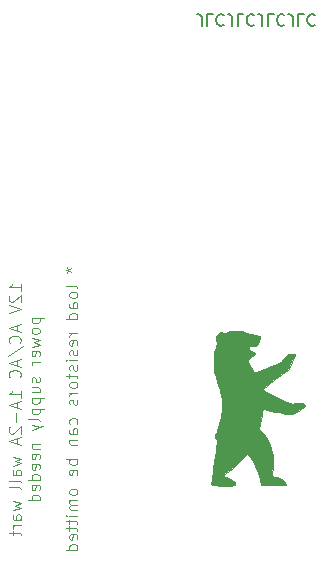
<source format=gbr>
%TF.GenerationSoftware,KiCad,Pcbnew,5.1.10-88a1d61d58~88~ubuntu20.10.1*%
%TF.CreationDate,2021-05-16T15:10:54+02:00*%
%TF.ProjectId,eurorack-psu,6575726f-7261-4636-9b2d-7073752e6b69,v1.0.0*%
%TF.SameCoordinates,Original*%
%TF.FileFunction,Legend,Bot*%
%TF.FilePolarity,Positive*%
%FSLAX46Y46*%
G04 Gerber Fmt 4.6, Leading zero omitted, Abs format (unit mm)*
G04 Created by KiCad (PCBNEW 5.1.10-88a1d61d58~88~ubuntu20.10.1) date 2021-05-16 15:10:54*
%MOMM*%
%LPD*%
G01*
G04 APERTURE LIST*
%ADD10C,0.150000*%
%ADD11C,0.100000*%
%ADD12C,0.010000*%
G04 APERTURE END LIST*
D10*
X108380952Y-84547619D02*
X108380952Y-83833333D01*
X108333333Y-83690476D01*
X108238095Y-83595238D01*
X108095238Y-83547619D01*
X108000000Y-83547619D01*
X109333333Y-83547619D02*
X108857142Y-83547619D01*
X108857142Y-84547619D01*
X110238095Y-83642857D02*
X110190476Y-83595238D01*
X110047619Y-83547619D01*
X109952380Y-83547619D01*
X109809523Y-83595238D01*
X109714285Y-83690476D01*
X109666666Y-83785714D01*
X109619047Y-83976190D01*
X109619047Y-84119047D01*
X109666666Y-84309523D01*
X109714285Y-84404761D01*
X109809523Y-84500000D01*
X109952380Y-84547619D01*
X110047619Y-84547619D01*
X110190476Y-84500000D01*
X110238095Y-84452380D01*
X110952380Y-84547619D02*
X110952380Y-83833333D01*
X110904761Y-83690476D01*
X110809523Y-83595238D01*
X110666666Y-83547619D01*
X110571428Y-83547619D01*
X111904761Y-83547619D02*
X111428571Y-83547619D01*
X111428571Y-84547619D01*
X112809523Y-83642857D02*
X112761904Y-83595238D01*
X112619047Y-83547619D01*
X112523809Y-83547619D01*
X112380952Y-83595238D01*
X112285714Y-83690476D01*
X112238095Y-83785714D01*
X112190476Y-83976190D01*
X112190476Y-84119047D01*
X112238095Y-84309523D01*
X112285714Y-84404761D01*
X112380952Y-84500000D01*
X112523809Y-84547619D01*
X112619047Y-84547619D01*
X112761904Y-84500000D01*
X112809523Y-84452380D01*
X113523809Y-84547619D02*
X113523809Y-83833333D01*
X113476190Y-83690476D01*
X113380952Y-83595238D01*
X113238095Y-83547619D01*
X113142857Y-83547619D01*
X114476190Y-83547619D02*
X114000000Y-83547619D01*
X114000000Y-84547619D01*
X115380952Y-83642857D02*
X115333333Y-83595238D01*
X115190476Y-83547619D01*
X115095238Y-83547619D01*
X114952380Y-83595238D01*
X114857142Y-83690476D01*
X114809523Y-83785714D01*
X114761904Y-83976190D01*
X114761904Y-84119047D01*
X114809523Y-84309523D01*
X114857142Y-84404761D01*
X114952380Y-84500000D01*
X115095238Y-84547619D01*
X115190476Y-84547619D01*
X115333333Y-84500000D01*
X115380952Y-84452380D01*
X116095238Y-84547619D02*
X116095238Y-83833333D01*
X116047619Y-83690476D01*
X115952380Y-83595238D01*
X115809523Y-83547619D01*
X115714285Y-83547619D01*
X117047619Y-83547619D02*
X116571428Y-83547619D01*
X116571428Y-84547619D01*
X117952380Y-83642857D02*
X117904761Y-83595238D01*
X117761904Y-83547619D01*
X117666666Y-83547619D01*
X117523809Y-83595238D01*
X117428571Y-83690476D01*
X117380952Y-83785714D01*
X117333333Y-83976190D01*
X117333333Y-84119047D01*
X117380952Y-84309523D01*
X117428571Y-84404761D01*
X117523809Y-84500000D01*
X117666666Y-84547619D01*
X117761904Y-84547619D01*
X117904761Y-84500000D01*
X117952380Y-84452380D01*
D11*
X93052380Y-106976190D02*
X93052380Y-106404761D01*
X93052380Y-106690476D02*
X92052380Y-106690476D01*
X92195238Y-106595238D01*
X92290476Y-106500000D01*
X92338095Y-106404761D01*
X92147619Y-107357142D02*
X92100000Y-107404761D01*
X92052380Y-107499999D01*
X92052380Y-107738095D01*
X92100000Y-107833333D01*
X92147619Y-107880952D01*
X92242857Y-107928571D01*
X92338095Y-107928571D01*
X92480952Y-107880952D01*
X93052380Y-107309523D01*
X93052380Y-107928571D01*
X92052380Y-108214285D02*
X93052380Y-108547619D01*
X92052380Y-108880952D01*
X92766666Y-109928571D02*
X92766666Y-110404761D01*
X93052380Y-109833333D02*
X92052380Y-110166666D01*
X93052380Y-110499999D01*
X92957142Y-111404761D02*
X93004761Y-111357142D01*
X93052380Y-111214285D01*
X93052380Y-111119047D01*
X93004761Y-110976190D01*
X92909523Y-110880952D01*
X92814285Y-110833333D01*
X92623809Y-110785714D01*
X92480952Y-110785714D01*
X92290476Y-110833333D01*
X92195238Y-110880952D01*
X92100000Y-110976190D01*
X92052380Y-111119047D01*
X92052380Y-111214285D01*
X92100000Y-111357142D01*
X92147619Y-111404761D01*
X92004761Y-112547619D02*
X93290476Y-111690476D01*
X92766666Y-112833333D02*
X92766666Y-113309523D01*
X93052380Y-112738095D02*
X92052380Y-113071428D01*
X93052380Y-113404761D01*
X92957142Y-114309523D02*
X93004761Y-114261904D01*
X93052380Y-114119047D01*
X93052380Y-114023809D01*
X93004761Y-113880952D01*
X92909523Y-113785714D01*
X92814285Y-113738095D01*
X92623809Y-113690476D01*
X92480952Y-113690476D01*
X92290476Y-113738095D01*
X92195238Y-113785714D01*
X92100000Y-113880952D01*
X92052380Y-114023809D01*
X92052380Y-114119047D01*
X92100000Y-114261904D01*
X92147619Y-114309523D01*
X93052380Y-116023809D02*
X93052380Y-115452380D01*
X93052380Y-115738095D02*
X92052380Y-115738095D01*
X92195238Y-115642857D01*
X92290476Y-115547619D01*
X92338095Y-115452380D01*
X92766666Y-116404761D02*
X92766666Y-116880952D01*
X93052380Y-116309523D02*
X92052380Y-116642857D01*
X93052380Y-116976190D01*
X92671428Y-117309523D02*
X92671428Y-118071428D01*
X92147619Y-118499999D02*
X92100000Y-118547619D01*
X92052380Y-118642857D01*
X92052380Y-118880952D01*
X92100000Y-118976190D01*
X92147619Y-119023809D01*
X92242857Y-119071428D01*
X92338095Y-119071428D01*
X92480952Y-119023809D01*
X93052380Y-118452380D01*
X93052380Y-119071428D01*
X92766666Y-119452380D02*
X92766666Y-119928571D01*
X93052380Y-119357142D02*
X92052380Y-119690476D01*
X93052380Y-120023809D01*
X92385714Y-121023809D02*
X93052380Y-121214285D01*
X92576190Y-121404761D01*
X93052380Y-121595238D01*
X92385714Y-121785714D01*
X93052380Y-122595238D02*
X92528571Y-122595238D01*
X92433333Y-122547619D01*
X92385714Y-122452380D01*
X92385714Y-122261904D01*
X92433333Y-122166666D01*
X93004761Y-122595238D02*
X93052380Y-122499999D01*
X93052380Y-122261904D01*
X93004761Y-122166666D01*
X92909523Y-122119047D01*
X92814285Y-122119047D01*
X92719047Y-122166666D01*
X92671428Y-122261904D01*
X92671428Y-122499999D01*
X92623809Y-122595238D01*
X93052380Y-123214285D02*
X93004761Y-123119047D01*
X92909523Y-123071428D01*
X92052380Y-123071428D01*
X93052380Y-123738095D02*
X93004761Y-123642857D01*
X92909523Y-123595238D01*
X92052380Y-123595238D01*
X92385714Y-124785714D02*
X93052380Y-124976190D01*
X92576190Y-125166666D01*
X93052380Y-125357142D01*
X92385714Y-125547619D01*
X93052380Y-126357142D02*
X92528571Y-126357142D01*
X92433333Y-126309523D01*
X92385714Y-126214285D01*
X92385714Y-126023809D01*
X92433333Y-125928571D01*
X93004761Y-126357142D02*
X93052380Y-126261904D01*
X93052380Y-126023809D01*
X93004761Y-125928571D01*
X92909523Y-125880952D01*
X92814285Y-125880952D01*
X92719047Y-125928571D01*
X92671428Y-126023809D01*
X92671428Y-126261904D01*
X92623809Y-126357142D01*
X93052380Y-126833333D02*
X92385714Y-126833333D01*
X92576190Y-126833333D02*
X92480952Y-126880952D01*
X92433333Y-126928571D01*
X92385714Y-127023809D01*
X92385714Y-127119047D01*
X92385714Y-127309523D02*
X92385714Y-127690476D01*
X92052380Y-127452380D02*
X92909523Y-127452380D01*
X93004761Y-127499999D01*
X93052380Y-127595238D01*
X93052380Y-127690476D01*
X93985714Y-109261904D02*
X94985714Y-109261904D01*
X94033333Y-109261904D02*
X93985714Y-109357142D01*
X93985714Y-109547619D01*
X94033333Y-109642857D01*
X94080952Y-109690476D01*
X94176190Y-109738095D01*
X94461904Y-109738095D01*
X94557142Y-109690476D01*
X94604761Y-109642857D01*
X94652380Y-109547619D01*
X94652380Y-109357142D01*
X94604761Y-109261904D01*
X94652380Y-110309523D02*
X94604761Y-110214285D01*
X94557142Y-110166666D01*
X94461904Y-110119047D01*
X94176190Y-110119047D01*
X94080952Y-110166666D01*
X94033333Y-110214285D01*
X93985714Y-110309523D01*
X93985714Y-110452380D01*
X94033333Y-110547619D01*
X94080952Y-110595238D01*
X94176190Y-110642857D01*
X94461904Y-110642857D01*
X94557142Y-110595238D01*
X94604761Y-110547619D01*
X94652380Y-110452380D01*
X94652380Y-110309523D01*
X93985714Y-110976190D02*
X94652380Y-111166666D01*
X94176190Y-111357142D01*
X94652380Y-111547619D01*
X93985714Y-111738095D01*
X94604761Y-112500000D02*
X94652380Y-112404761D01*
X94652380Y-112214285D01*
X94604761Y-112119047D01*
X94509523Y-112071428D01*
X94128571Y-112071428D01*
X94033333Y-112119047D01*
X93985714Y-112214285D01*
X93985714Y-112404761D01*
X94033333Y-112500000D01*
X94128571Y-112547619D01*
X94223809Y-112547619D01*
X94319047Y-112071428D01*
X94652380Y-112976190D02*
X93985714Y-112976190D01*
X94176190Y-112976190D02*
X94080952Y-113023809D01*
X94033333Y-113071428D01*
X93985714Y-113166666D01*
X93985714Y-113261904D01*
X94604761Y-114309523D02*
X94652380Y-114404761D01*
X94652380Y-114595238D01*
X94604761Y-114690476D01*
X94509523Y-114738095D01*
X94461904Y-114738095D01*
X94366666Y-114690476D01*
X94319047Y-114595238D01*
X94319047Y-114452380D01*
X94271428Y-114357142D01*
X94176190Y-114309523D01*
X94128571Y-114309523D01*
X94033333Y-114357142D01*
X93985714Y-114452380D01*
X93985714Y-114595238D01*
X94033333Y-114690476D01*
X93985714Y-115595238D02*
X94652380Y-115595238D01*
X93985714Y-115166666D02*
X94509523Y-115166666D01*
X94604761Y-115214285D01*
X94652380Y-115309523D01*
X94652380Y-115452380D01*
X94604761Y-115547619D01*
X94557142Y-115595238D01*
X93985714Y-116071428D02*
X94985714Y-116071428D01*
X94033333Y-116071428D02*
X93985714Y-116166666D01*
X93985714Y-116357142D01*
X94033333Y-116452380D01*
X94080952Y-116500000D01*
X94176190Y-116547619D01*
X94461904Y-116547619D01*
X94557142Y-116500000D01*
X94604761Y-116452380D01*
X94652380Y-116357142D01*
X94652380Y-116166666D01*
X94604761Y-116071428D01*
X93985714Y-116976190D02*
X94985714Y-116976190D01*
X94033333Y-116976190D02*
X93985714Y-117071428D01*
X93985714Y-117261904D01*
X94033333Y-117357142D01*
X94080952Y-117404761D01*
X94176190Y-117452380D01*
X94461904Y-117452380D01*
X94557142Y-117404761D01*
X94604761Y-117357142D01*
X94652380Y-117261904D01*
X94652380Y-117071428D01*
X94604761Y-116976190D01*
X94652380Y-118023809D02*
X94604761Y-117928571D01*
X94509523Y-117880952D01*
X93652380Y-117880952D01*
X93985714Y-118309523D02*
X94652380Y-118547619D01*
X93985714Y-118785714D02*
X94652380Y-118547619D01*
X94890476Y-118452380D01*
X94938095Y-118404761D01*
X94985714Y-118309523D01*
X93985714Y-119928571D02*
X94652380Y-119928571D01*
X94080952Y-119928571D02*
X94033333Y-119976190D01*
X93985714Y-120071428D01*
X93985714Y-120214285D01*
X94033333Y-120309523D01*
X94128571Y-120357142D01*
X94652380Y-120357142D01*
X94604761Y-121214285D02*
X94652380Y-121119047D01*
X94652380Y-120928571D01*
X94604761Y-120833333D01*
X94509523Y-120785714D01*
X94128571Y-120785714D01*
X94033333Y-120833333D01*
X93985714Y-120928571D01*
X93985714Y-121119047D01*
X94033333Y-121214285D01*
X94128571Y-121261904D01*
X94223809Y-121261904D01*
X94319047Y-120785714D01*
X94604761Y-122071428D02*
X94652380Y-121976190D01*
X94652380Y-121785714D01*
X94604761Y-121690476D01*
X94509523Y-121642857D01*
X94128571Y-121642857D01*
X94033333Y-121690476D01*
X93985714Y-121785714D01*
X93985714Y-121976190D01*
X94033333Y-122071428D01*
X94128571Y-122119047D01*
X94223809Y-122119047D01*
X94319047Y-121642857D01*
X94652380Y-122976190D02*
X93652380Y-122976190D01*
X94604761Y-122976190D02*
X94652380Y-122880952D01*
X94652380Y-122690476D01*
X94604761Y-122595238D01*
X94557142Y-122547619D01*
X94461904Y-122500000D01*
X94176190Y-122500000D01*
X94080952Y-122547619D01*
X94033333Y-122595238D01*
X93985714Y-122690476D01*
X93985714Y-122880952D01*
X94033333Y-122976190D01*
X94604761Y-123833333D02*
X94652380Y-123738095D01*
X94652380Y-123547619D01*
X94604761Y-123452380D01*
X94509523Y-123404761D01*
X94128571Y-123404761D01*
X94033333Y-123452380D01*
X93985714Y-123547619D01*
X93985714Y-123738095D01*
X94033333Y-123833333D01*
X94128571Y-123880952D01*
X94223809Y-123880952D01*
X94319047Y-123404761D01*
X94652380Y-124738095D02*
X93652380Y-124738095D01*
X94604761Y-124738095D02*
X94652380Y-124642857D01*
X94652380Y-124452380D01*
X94604761Y-124357142D01*
X94557142Y-124309523D01*
X94461904Y-124261904D01*
X94176190Y-124261904D01*
X94080952Y-124309523D01*
X94033333Y-124357142D01*
X93985714Y-124452380D01*
X93985714Y-124642857D01*
X94033333Y-124738095D01*
X96852380Y-105214285D02*
X97090476Y-105214285D01*
X96995238Y-104976190D02*
X97090476Y-105214285D01*
X96995238Y-105452380D01*
X97280952Y-105071428D02*
X97090476Y-105214285D01*
X97280952Y-105357142D01*
X97852380Y-106738095D02*
X97804761Y-106642857D01*
X97709523Y-106595238D01*
X96852380Y-106595238D01*
X97852380Y-107261904D02*
X97804761Y-107166666D01*
X97757142Y-107119047D01*
X97661904Y-107071428D01*
X97376190Y-107071428D01*
X97280952Y-107119047D01*
X97233333Y-107166666D01*
X97185714Y-107261904D01*
X97185714Y-107404761D01*
X97233333Y-107500000D01*
X97280952Y-107547619D01*
X97376190Y-107595238D01*
X97661904Y-107595238D01*
X97757142Y-107547619D01*
X97804761Y-107500000D01*
X97852380Y-107404761D01*
X97852380Y-107261904D01*
X97852380Y-108452380D02*
X97328571Y-108452380D01*
X97233333Y-108404761D01*
X97185714Y-108309523D01*
X97185714Y-108119047D01*
X97233333Y-108023809D01*
X97804761Y-108452380D02*
X97852380Y-108357142D01*
X97852380Y-108119047D01*
X97804761Y-108023809D01*
X97709523Y-107976190D01*
X97614285Y-107976190D01*
X97519047Y-108023809D01*
X97471428Y-108119047D01*
X97471428Y-108357142D01*
X97423809Y-108452380D01*
X97852380Y-109357142D02*
X96852380Y-109357142D01*
X97804761Y-109357142D02*
X97852380Y-109261904D01*
X97852380Y-109071428D01*
X97804761Y-108976190D01*
X97757142Y-108928571D01*
X97661904Y-108880952D01*
X97376190Y-108880952D01*
X97280952Y-108928571D01*
X97233333Y-108976190D01*
X97185714Y-109071428D01*
X97185714Y-109261904D01*
X97233333Y-109357142D01*
X97852380Y-110595238D02*
X97185714Y-110595238D01*
X97376190Y-110595238D02*
X97280952Y-110642857D01*
X97233333Y-110690476D01*
X97185714Y-110785714D01*
X97185714Y-110880952D01*
X97804761Y-111595238D02*
X97852380Y-111499999D01*
X97852380Y-111309523D01*
X97804761Y-111214285D01*
X97709523Y-111166666D01*
X97328571Y-111166666D01*
X97233333Y-111214285D01*
X97185714Y-111309523D01*
X97185714Y-111499999D01*
X97233333Y-111595238D01*
X97328571Y-111642857D01*
X97423809Y-111642857D01*
X97519047Y-111166666D01*
X97804761Y-112023809D02*
X97852380Y-112119047D01*
X97852380Y-112309523D01*
X97804761Y-112404761D01*
X97709523Y-112452380D01*
X97661904Y-112452380D01*
X97566666Y-112404761D01*
X97519047Y-112309523D01*
X97519047Y-112166666D01*
X97471428Y-112071428D01*
X97376190Y-112023809D01*
X97328571Y-112023809D01*
X97233333Y-112071428D01*
X97185714Y-112166666D01*
X97185714Y-112309523D01*
X97233333Y-112404761D01*
X97852380Y-112880952D02*
X97185714Y-112880952D01*
X96852380Y-112880952D02*
X96900000Y-112833333D01*
X96947619Y-112880952D01*
X96900000Y-112928571D01*
X96852380Y-112880952D01*
X96947619Y-112880952D01*
X97804761Y-113309523D02*
X97852380Y-113404761D01*
X97852380Y-113595238D01*
X97804761Y-113690476D01*
X97709523Y-113738095D01*
X97661904Y-113738095D01*
X97566666Y-113690476D01*
X97519047Y-113595238D01*
X97519047Y-113452380D01*
X97471428Y-113357142D01*
X97376190Y-113309523D01*
X97328571Y-113309523D01*
X97233333Y-113357142D01*
X97185714Y-113452380D01*
X97185714Y-113595238D01*
X97233333Y-113690476D01*
X97185714Y-114023809D02*
X97185714Y-114404761D01*
X96852380Y-114166666D02*
X97709523Y-114166666D01*
X97804761Y-114214285D01*
X97852380Y-114309523D01*
X97852380Y-114404761D01*
X97852380Y-114880952D02*
X97804761Y-114785714D01*
X97757142Y-114738095D01*
X97661904Y-114690476D01*
X97376190Y-114690476D01*
X97280952Y-114738095D01*
X97233333Y-114785714D01*
X97185714Y-114880952D01*
X97185714Y-115023809D01*
X97233333Y-115119047D01*
X97280952Y-115166666D01*
X97376190Y-115214285D01*
X97661904Y-115214285D01*
X97757142Y-115166666D01*
X97804761Y-115119047D01*
X97852380Y-115023809D01*
X97852380Y-114880952D01*
X97852380Y-115642857D02*
X97185714Y-115642857D01*
X97376190Y-115642857D02*
X97280952Y-115690476D01*
X97233333Y-115738095D01*
X97185714Y-115833333D01*
X97185714Y-115928571D01*
X97804761Y-116214285D02*
X97852380Y-116309523D01*
X97852380Y-116499999D01*
X97804761Y-116595238D01*
X97709523Y-116642857D01*
X97661904Y-116642857D01*
X97566666Y-116595238D01*
X97519047Y-116499999D01*
X97519047Y-116357142D01*
X97471428Y-116261904D01*
X97376190Y-116214285D01*
X97328571Y-116214285D01*
X97233333Y-116261904D01*
X97185714Y-116357142D01*
X97185714Y-116499999D01*
X97233333Y-116595238D01*
X97804761Y-118261904D02*
X97852380Y-118166666D01*
X97852380Y-117976190D01*
X97804761Y-117880952D01*
X97757142Y-117833333D01*
X97661904Y-117785714D01*
X97376190Y-117785714D01*
X97280952Y-117833333D01*
X97233333Y-117880952D01*
X97185714Y-117976190D01*
X97185714Y-118166666D01*
X97233333Y-118261904D01*
X97852380Y-119119047D02*
X97328571Y-119119047D01*
X97233333Y-119071428D01*
X97185714Y-118976190D01*
X97185714Y-118785714D01*
X97233333Y-118690476D01*
X97804761Y-119119047D02*
X97852380Y-119023809D01*
X97852380Y-118785714D01*
X97804761Y-118690476D01*
X97709523Y-118642857D01*
X97614285Y-118642857D01*
X97519047Y-118690476D01*
X97471428Y-118785714D01*
X97471428Y-119023809D01*
X97423809Y-119119047D01*
X97185714Y-119595238D02*
X97852380Y-119595238D01*
X97280952Y-119595238D02*
X97233333Y-119642857D01*
X97185714Y-119738095D01*
X97185714Y-119880952D01*
X97233333Y-119976190D01*
X97328571Y-120023809D01*
X97852380Y-120023809D01*
X97852380Y-121261904D02*
X96852380Y-121261904D01*
X97233333Y-121261904D02*
X97185714Y-121357142D01*
X97185714Y-121547619D01*
X97233333Y-121642857D01*
X97280952Y-121690476D01*
X97376190Y-121738095D01*
X97661904Y-121738095D01*
X97757142Y-121690476D01*
X97804761Y-121642857D01*
X97852380Y-121547619D01*
X97852380Y-121357142D01*
X97804761Y-121261904D01*
X97804761Y-122547619D02*
X97852380Y-122452380D01*
X97852380Y-122261904D01*
X97804761Y-122166666D01*
X97709523Y-122119047D01*
X97328571Y-122119047D01*
X97233333Y-122166666D01*
X97185714Y-122261904D01*
X97185714Y-122452380D01*
X97233333Y-122547619D01*
X97328571Y-122595238D01*
X97423809Y-122595238D01*
X97519047Y-122119047D01*
X97852380Y-123928571D02*
X97804761Y-123833333D01*
X97757142Y-123785714D01*
X97661904Y-123738095D01*
X97376190Y-123738095D01*
X97280952Y-123785714D01*
X97233333Y-123833333D01*
X97185714Y-123928571D01*
X97185714Y-124071428D01*
X97233333Y-124166666D01*
X97280952Y-124214285D01*
X97376190Y-124261904D01*
X97661904Y-124261904D01*
X97757142Y-124214285D01*
X97804761Y-124166666D01*
X97852380Y-124071428D01*
X97852380Y-123928571D01*
X97852380Y-124690476D02*
X97185714Y-124690476D01*
X97280952Y-124690476D02*
X97233333Y-124738095D01*
X97185714Y-124833333D01*
X97185714Y-124976190D01*
X97233333Y-125071428D01*
X97328571Y-125119047D01*
X97852380Y-125119047D01*
X97328571Y-125119047D02*
X97233333Y-125166666D01*
X97185714Y-125261904D01*
X97185714Y-125404761D01*
X97233333Y-125499999D01*
X97328571Y-125547619D01*
X97852380Y-125547619D01*
X97852380Y-126023809D02*
X97185714Y-126023809D01*
X96852380Y-126023809D02*
X96900000Y-125976190D01*
X96947619Y-126023809D01*
X96900000Y-126071428D01*
X96852380Y-126023809D01*
X96947619Y-126023809D01*
X97185714Y-126357142D02*
X97185714Y-126738095D01*
X96852380Y-126499999D02*
X97709523Y-126499999D01*
X97804761Y-126547619D01*
X97852380Y-126642857D01*
X97852380Y-126738095D01*
X97185714Y-126928571D02*
X97185714Y-127309523D01*
X96852380Y-127071428D02*
X97709523Y-127071428D01*
X97804761Y-127119047D01*
X97852380Y-127214285D01*
X97852380Y-127309523D01*
X97804761Y-128023809D02*
X97852380Y-127928571D01*
X97852380Y-127738095D01*
X97804761Y-127642857D01*
X97709523Y-127595238D01*
X97328571Y-127595238D01*
X97233333Y-127642857D01*
X97185714Y-127738095D01*
X97185714Y-127928571D01*
X97233333Y-128023809D01*
X97328571Y-128071428D01*
X97423809Y-128071428D01*
X97519047Y-127595238D01*
X97852380Y-128928571D02*
X96852380Y-128928571D01*
X97804761Y-128928571D02*
X97852380Y-128833333D01*
X97852380Y-128642857D01*
X97804761Y-128547619D01*
X97757142Y-128499999D01*
X97661904Y-128452380D01*
X97376190Y-128452380D01*
X97280952Y-128499999D01*
X97233333Y-128547619D01*
X97185714Y-128642857D01*
X97185714Y-128833333D01*
X97233333Y-128928571D01*
D12*
%TO.C,G\u002A\u002A\u002A*%
G36*
X110764713Y-110414797D02*
G01*
X110606444Y-110477035D01*
X110426614Y-110547263D01*
X110269850Y-110534098D01*
X110235459Y-110522128D01*
X110020235Y-110498189D01*
X109827919Y-110575652D01*
X109682274Y-110728921D01*
X109607064Y-110932401D01*
X109626051Y-111160496D01*
X109630481Y-111173763D01*
X109661708Y-111307606D01*
X109653595Y-111454113D01*
X109601167Y-111654500D01*
X109556161Y-111789570D01*
X109493133Y-111992468D01*
X109451247Y-112190666D01*
X109426555Y-112418377D01*
X109415107Y-112709811D01*
X109412839Y-113031250D01*
X109414756Y-113375995D01*
X109424472Y-113634252D01*
X109448797Y-113846529D01*
X109494540Y-114053334D01*
X109568509Y-114295174D01*
X109677514Y-114612559D01*
X109679677Y-114618750D01*
X109790415Y-114950960D01*
X109890861Y-115279939D01*
X109969425Y-115566035D01*
X110012463Y-115757537D01*
X110074885Y-116349716D01*
X110069420Y-116991214D01*
X110000650Y-117642512D01*
X109873159Y-118264094D01*
X109691529Y-118816443D01*
X109645274Y-118923615D01*
X109546768Y-119144802D01*
X109496993Y-119282012D01*
X109491889Y-119366772D01*
X109527398Y-119430615D01*
X109573741Y-119479240D01*
X109666875Y-119598338D01*
X109699754Y-119682875D01*
X109690924Y-119764272D01*
X109665122Y-119954284D01*
X109624805Y-120236018D01*
X109572428Y-120592584D01*
X109510448Y-121007091D01*
X109441321Y-121462648D01*
X109433899Y-121511186D01*
X109365468Y-121971651D01*
X109306482Y-122394512D01*
X109259039Y-122762535D01*
X109225234Y-123058487D01*
X109207166Y-123265133D01*
X109206931Y-123365241D01*
X109207903Y-123368561D01*
X109236574Y-123410097D01*
X109298210Y-123439582D01*
X109411767Y-123459014D01*
X109596201Y-123470395D01*
X109870468Y-123475722D01*
X110235758Y-123477000D01*
X110610618Y-123475909D01*
X110876819Y-123471240D01*
X111052691Y-123460894D01*
X111156566Y-123442773D01*
X111206775Y-123414780D01*
X111221650Y-123374815D01*
X111222000Y-123364129D01*
X111161055Y-123150528D01*
X110983344Y-122968282D01*
X110696555Y-122823439D01*
X110439645Y-122748593D01*
X110133539Y-122678781D01*
X110476330Y-122442692D01*
X110718781Y-122257396D01*
X111011784Y-122006025D01*
X111323123Y-121718830D01*
X111620579Y-121426057D01*
X111871934Y-121157955D01*
X111978633Y-121032250D01*
X112182969Y-120778250D01*
X112435092Y-121064000D01*
X112687414Y-121407790D01*
X112920958Y-121832210D01*
X113113019Y-122290951D01*
X113229000Y-122683250D01*
X113286899Y-122930034D01*
X113340252Y-123147391D01*
X113377022Y-123286500D01*
X113423200Y-123445250D01*
X114449850Y-123462697D01*
X114886276Y-123466401D01*
X115199895Y-123460420D01*
X115394547Y-123444564D01*
X115474069Y-123418644D01*
X115476500Y-123411919D01*
X115418048Y-123209832D01*
X115261928Y-123018030D01*
X115036999Y-122857778D01*
X114772118Y-122750344D01*
X114532668Y-122716394D01*
X114389569Y-122706790D01*
X114340822Y-122655001D01*
X114353833Y-122522622D01*
X114356345Y-122508625D01*
X114428902Y-121937412D01*
X114442943Y-121378901D01*
X114398165Y-120875603D01*
X114369115Y-120722939D01*
X114238447Y-120280734D01*
X114047054Y-119820645D01*
X113816550Y-119387055D01*
X113568549Y-119024346D01*
X113504825Y-118948213D01*
X113245181Y-118653242D01*
X113343135Y-118159996D01*
X113398006Y-117866687D01*
X113448214Y-117569234D01*
X113483011Y-117331373D01*
X113483346Y-117328699D01*
X113511471Y-117134645D01*
X113545499Y-117039513D01*
X113604648Y-117015927D01*
X113691426Y-117032283D01*
X113914886Y-117084342D01*
X114205928Y-117146398D01*
X114537658Y-117213371D01*
X114883185Y-117280183D01*
X115215616Y-117341757D01*
X115508057Y-117393015D01*
X115733617Y-117428877D01*
X115865402Y-117444267D01*
X115874464Y-117444500D01*
X115995913Y-117412967D01*
X116191111Y-117329885D01*
X116428229Y-117212526D01*
X116675439Y-117078165D01*
X116900911Y-116944073D01*
X117072816Y-116827524D01*
X117158079Y-116747895D01*
X117136531Y-116676521D01*
X117039308Y-116572696D01*
X117016981Y-116554392D01*
X116920130Y-116488246D01*
X116817277Y-116452202D01*
X116680416Y-116445565D01*
X116481539Y-116467644D01*
X116192638Y-116517748D01*
X116116000Y-116532126D01*
X116029071Y-116539707D01*
X115925577Y-116526249D01*
X115788745Y-116485176D01*
X115601799Y-116409914D01*
X115347967Y-116293888D01*
X115010475Y-116130524D01*
X114703125Y-115978337D01*
X114347880Y-115799691D01*
X114034647Y-115638707D01*
X113780097Y-115504242D01*
X113600902Y-115405150D01*
X113513735Y-115350288D01*
X113508000Y-115343525D01*
X113556354Y-115295221D01*
X113691751Y-115182162D01*
X113899692Y-115015873D01*
X114165680Y-114807878D01*
X114475217Y-114569701D01*
X114623997Y-114456396D01*
X115739994Y-113609164D01*
X116020997Y-113031528D01*
X116139635Y-112780464D01*
X116233505Y-112568128D01*
X116290486Y-112422736D01*
X116302000Y-112377446D01*
X116241975Y-112325939D01*
X116071164Y-112302187D01*
X116007278Y-112301000D01*
X115805181Y-112315277D01*
X115666666Y-112376037D01*
X115532278Y-112507375D01*
X115365845Y-112697107D01*
X115195701Y-112889940D01*
X115176125Y-112912026D01*
X115082497Y-112997632D01*
X114944701Y-113085510D01*
X114745160Y-113184036D01*
X114466301Y-113301584D01*
X114090548Y-113446528D01*
X113924973Y-113508212D01*
X112849696Y-113906121D01*
X112699115Y-113722685D01*
X112515073Y-113462335D01*
X112382036Y-113202040D01*
X112316101Y-112976758D01*
X112313623Y-112885501D01*
X112385837Y-112724566D01*
X112571547Y-112558533D01*
X112603125Y-112536879D01*
X112794437Y-112385384D01*
X112864013Y-112268256D01*
X112812123Y-112184594D01*
X112718691Y-112149038D01*
X112511585Y-112048363D01*
X112388096Y-111885773D01*
X112365000Y-111766497D01*
X112383280Y-111668640D01*
X112462735Y-111633818D01*
X112578770Y-111635044D01*
X112748592Y-111657318D01*
X112865803Y-111693381D01*
X112868745Y-111695120D01*
X112965319Y-111684882D01*
X113089060Y-111558971D01*
X113184199Y-111412000D01*
X113229245Y-111290765D01*
X113273189Y-111107032D01*
X113283020Y-111052426D01*
X113326788Y-110788103D01*
X112893519Y-110744400D01*
X112519502Y-110676138D01*
X112168834Y-110558828D01*
X112111000Y-110532474D01*
X111795948Y-110423445D01*
X111437925Y-110366435D01*
X111079868Y-110363025D01*
X110764713Y-110414797D01*
G37*
X110764713Y-110414797D02*
X110606444Y-110477035D01*
X110426614Y-110547263D01*
X110269850Y-110534098D01*
X110235459Y-110522128D01*
X110020235Y-110498189D01*
X109827919Y-110575652D01*
X109682274Y-110728921D01*
X109607064Y-110932401D01*
X109626051Y-111160496D01*
X109630481Y-111173763D01*
X109661708Y-111307606D01*
X109653595Y-111454113D01*
X109601167Y-111654500D01*
X109556161Y-111789570D01*
X109493133Y-111992468D01*
X109451247Y-112190666D01*
X109426555Y-112418377D01*
X109415107Y-112709811D01*
X109412839Y-113031250D01*
X109414756Y-113375995D01*
X109424472Y-113634252D01*
X109448797Y-113846529D01*
X109494540Y-114053334D01*
X109568509Y-114295174D01*
X109677514Y-114612559D01*
X109679677Y-114618750D01*
X109790415Y-114950960D01*
X109890861Y-115279939D01*
X109969425Y-115566035D01*
X110012463Y-115757537D01*
X110074885Y-116349716D01*
X110069420Y-116991214D01*
X110000650Y-117642512D01*
X109873159Y-118264094D01*
X109691529Y-118816443D01*
X109645274Y-118923615D01*
X109546768Y-119144802D01*
X109496993Y-119282012D01*
X109491889Y-119366772D01*
X109527398Y-119430615D01*
X109573741Y-119479240D01*
X109666875Y-119598338D01*
X109699754Y-119682875D01*
X109690924Y-119764272D01*
X109665122Y-119954284D01*
X109624805Y-120236018D01*
X109572428Y-120592584D01*
X109510448Y-121007091D01*
X109441321Y-121462648D01*
X109433899Y-121511186D01*
X109365468Y-121971651D01*
X109306482Y-122394512D01*
X109259039Y-122762535D01*
X109225234Y-123058487D01*
X109207166Y-123265133D01*
X109206931Y-123365241D01*
X109207903Y-123368561D01*
X109236574Y-123410097D01*
X109298210Y-123439582D01*
X109411767Y-123459014D01*
X109596201Y-123470395D01*
X109870468Y-123475722D01*
X110235758Y-123477000D01*
X110610618Y-123475909D01*
X110876819Y-123471240D01*
X111052691Y-123460894D01*
X111156566Y-123442773D01*
X111206775Y-123414780D01*
X111221650Y-123374815D01*
X111222000Y-123364129D01*
X111161055Y-123150528D01*
X110983344Y-122968282D01*
X110696555Y-122823439D01*
X110439645Y-122748593D01*
X110133539Y-122678781D01*
X110476330Y-122442692D01*
X110718781Y-122257396D01*
X111011784Y-122006025D01*
X111323123Y-121718830D01*
X111620579Y-121426057D01*
X111871934Y-121157955D01*
X111978633Y-121032250D01*
X112182969Y-120778250D01*
X112435092Y-121064000D01*
X112687414Y-121407790D01*
X112920958Y-121832210D01*
X113113019Y-122290951D01*
X113229000Y-122683250D01*
X113286899Y-122930034D01*
X113340252Y-123147391D01*
X113377022Y-123286500D01*
X113423200Y-123445250D01*
X114449850Y-123462697D01*
X114886276Y-123466401D01*
X115199895Y-123460420D01*
X115394547Y-123444564D01*
X115474069Y-123418644D01*
X115476500Y-123411919D01*
X115418048Y-123209832D01*
X115261928Y-123018030D01*
X115036999Y-122857778D01*
X114772118Y-122750344D01*
X114532668Y-122716394D01*
X114389569Y-122706790D01*
X114340822Y-122655001D01*
X114353833Y-122522622D01*
X114356345Y-122508625D01*
X114428902Y-121937412D01*
X114442943Y-121378901D01*
X114398165Y-120875603D01*
X114369115Y-120722939D01*
X114238447Y-120280734D01*
X114047054Y-119820645D01*
X113816550Y-119387055D01*
X113568549Y-119024346D01*
X113504825Y-118948213D01*
X113245181Y-118653242D01*
X113343135Y-118159996D01*
X113398006Y-117866687D01*
X113448214Y-117569234D01*
X113483011Y-117331373D01*
X113483346Y-117328699D01*
X113511471Y-117134645D01*
X113545499Y-117039513D01*
X113604648Y-117015927D01*
X113691426Y-117032283D01*
X113914886Y-117084342D01*
X114205928Y-117146398D01*
X114537658Y-117213371D01*
X114883185Y-117280183D01*
X115215616Y-117341757D01*
X115508057Y-117393015D01*
X115733617Y-117428877D01*
X115865402Y-117444267D01*
X115874464Y-117444500D01*
X115995913Y-117412967D01*
X116191111Y-117329885D01*
X116428229Y-117212526D01*
X116675439Y-117078165D01*
X116900911Y-116944073D01*
X117072816Y-116827524D01*
X117158079Y-116747895D01*
X117136531Y-116676521D01*
X117039308Y-116572696D01*
X117016981Y-116554392D01*
X116920130Y-116488246D01*
X116817277Y-116452202D01*
X116680416Y-116445565D01*
X116481539Y-116467644D01*
X116192638Y-116517748D01*
X116116000Y-116532126D01*
X116029071Y-116539707D01*
X115925577Y-116526249D01*
X115788745Y-116485176D01*
X115601799Y-116409914D01*
X115347967Y-116293888D01*
X115010475Y-116130524D01*
X114703125Y-115978337D01*
X114347880Y-115799691D01*
X114034647Y-115638707D01*
X113780097Y-115504242D01*
X113600902Y-115405150D01*
X113513735Y-115350288D01*
X113508000Y-115343525D01*
X113556354Y-115295221D01*
X113691751Y-115182162D01*
X113899692Y-115015873D01*
X114165680Y-114807878D01*
X114475217Y-114569701D01*
X114623997Y-114456396D01*
X115739994Y-113609164D01*
X116020997Y-113031528D01*
X116139635Y-112780464D01*
X116233505Y-112568128D01*
X116290486Y-112422736D01*
X116302000Y-112377446D01*
X116241975Y-112325939D01*
X116071164Y-112302187D01*
X116007278Y-112301000D01*
X115805181Y-112315277D01*
X115666666Y-112376037D01*
X115532278Y-112507375D01*
X115365845Y-112697107D01*
X115195701Y-112889940D01*
X115176125Y-112912026D01*
X115082497Y-112997632D01*
X114944701Y-113085510D01*
X114745160Y-113184036D01*
X114466301Y-113301584D01*
X114090548Y-113446528D01*
X113924973Y-113508212D01*
X112849696Y-113906121D01*
X112699115Y-113722685D01*
X112515073Y-113462335D01*
X112382036Y-113202040D01*
X112316101Y-112976758D01*
X112313623Y-112885501D01*
X112385837Y-112724566D01*
X112571547Y-112558533D01*
X112603125Y-112536879D01*
X112794437Y-112385384D01*
X112864013Y-112268256D01*
X112812123Y-112184594D01*
X112718691Y-112149038D01*
X112511585Y-112048363D01*
X112388096Y-111885773D01*
X112365000Y-111766497D01*
X112383280Y-111668640D01*
X112462735Y-111633818D01*
X112578770Y-111635044D01*
X112748592Y-111657318D01*
X112865803Y-111693381D01*
X112868745Y-111695120D01*
X112965319Y-111684882D01*
X113089060Y-111558971D01*
X113184199Y-111412000D01*
X113229245Y-111290765D01*
X113273189Y-111107032D01*
X113283020Y-111052426D01*
X113326788Y-110788103D01*
X112893519Y-110744400D01*
X112519502Y-110676138D01*
X112168834Y-110558828D01*
X112111000Y-110532474D01*
X111795948Y-110423445D01*
X111437925Y-110366435D01*
X111079868Y-110363025D01*
X110764713Y-110414797D01*
%TD*%
M02*

</source>
